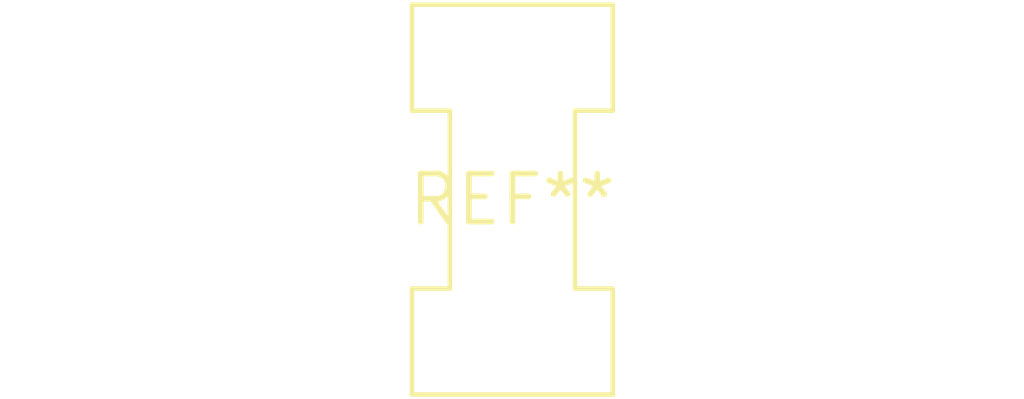
<source format=kicad_pcb>
(kicad_pcb (version 20240108) (generator pcbnew)
  (layers (0 "F.Cu" signal) (31 "B.Cu" signal) (34 "B.Paste" user) (35 "F.Paste" user) (36 "B.SilkS" user "B.Silkscreen") (37 "F.SilkS" user "F.Silkscreen") (38 "B.Mask" user) (39 "F.Mask" user) (44 "Edge.Cuts" user))
  (net 0 "")
  (footprint "Lightpipe_Mentor_1275.x00x" (layer "F.Cu") (at 0 0)
    (property "Reference" "REF**")
    (property "Value" "Lightpipe_Mentor_1275.x00x")
    (fp_line (start -2.65 -5.15) (end 2.65 -5.15) (layer "F.SilkS") (stroke (width 0.12)))
    (fp_line (start -2.65 -2.35) (end -2.65 -5.15) (layer "F.SilkS") (stroke (width 0.12)))
    (fp_line (start -2.65 2.35) (end -2.65 5.15) (layer "F.SilkS") (stroke (width 0.12)))
    (fp_line (start -1.65 -2.35) (end -2.65 -2.35) (layer "F.SilkS") (stroke (width 0.12)))
    (fp_line (start -1.65 -2.35) (end -1.65 2.35) (layer "F.SilkS") (stroke (width 0.12)))
    (fp_line (start -1.65 2.35) (end -2.65 2.35) (layer "F.SilkS") (stroke (width 0.12)))
    (fp_line (start 1.65 -2.35) (end 1.65 2.35) (layer "F.SilkS") (stroke (width 0.12)))
    (fp_line (start 1.65 -2.35) (end 2.65 -2.35) (layer "F.SilkS") (stroke (width 0.12)))
    (fp_line (start 1.65 2.35) (end 2.65 2.35) (layer "F.SilkS") (stroke (width 0.12)))
    (fp_line (start 2.65 -5.15) (end 2.65 -2.35) (layer "F.SilkS") (stroke (width 0.12)))
    (fp_line (start 2.65 2.35) (end 2.65 5.15) (layer "F.SilkS") (stroke (width 0.12)))
    (fp_line (start 2.65 5.15) (end -2.65 5.15) (layer "F.SilkS") (stroke (width 0.12)))
    (pad "" np_thru_hole circle (at 0 -3.75) (size 2.5 2.5) (drill 2.5) (layers *.Cu *.Mask))
    (pad "" np_thru_hole circle (at 0 3.75) (size 2.5 2.5) (drill 2.5) (layers *.Cu *.Mask))
  )
)
</source>
